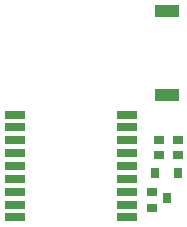
<source format=gbp>
G75*
%MOIN*%
%OFA0B0*%
%FSLAX25Y25*%
%IPPOS*%
%LPD*%
%AMOC8*
5,1,8,0,0,1.08239X$1,22.5*
%
%ADD10R,0.07874X0.03937*%
%ADD11R,0.07087X0.02756*%
%ADD12R,0.07087X0.03150*%
%ADD13R,0.03150X0.03543*%
%ADD14R,0.03543X0.02756*%
D10*
X0060095Y0087683D03*
X0060095Y0115636D03*
D11*
X0009607Y0046885D03*
X0009607Y0081137D03*
X0047009Y0081137D03*
X0047009Y0046885D03*
D12*
X0047009Y0051019D03*
X0047009Y0055350D03*
X0047009Y0059681D03*
X0047009Y0064011D03*
X0047009Y0068342D03*
X0047009Y0072673D03*
X0047009Y0077003D03*
X0009607Y0077003D03*
X0009607Y0072673D03*
X0009607Y0068342D03*
X0009607Y0064011D03*
X0009607Y0059681D03*
X0009607Y0055350D03*
X0009607Y0051019D03*
D13*
X0056355Y0061620D03*
X0063835Y0061620D03*
X0060095Y0053352D03*
D14*
X0055095Y0055242D03*
X0055095Y0050124D03*
X0057595Y0067624D03*
X0057595Y0072742D03*
X0063845Y0072742D03*
X0063845Y0067624D03*
M02*

</source>
